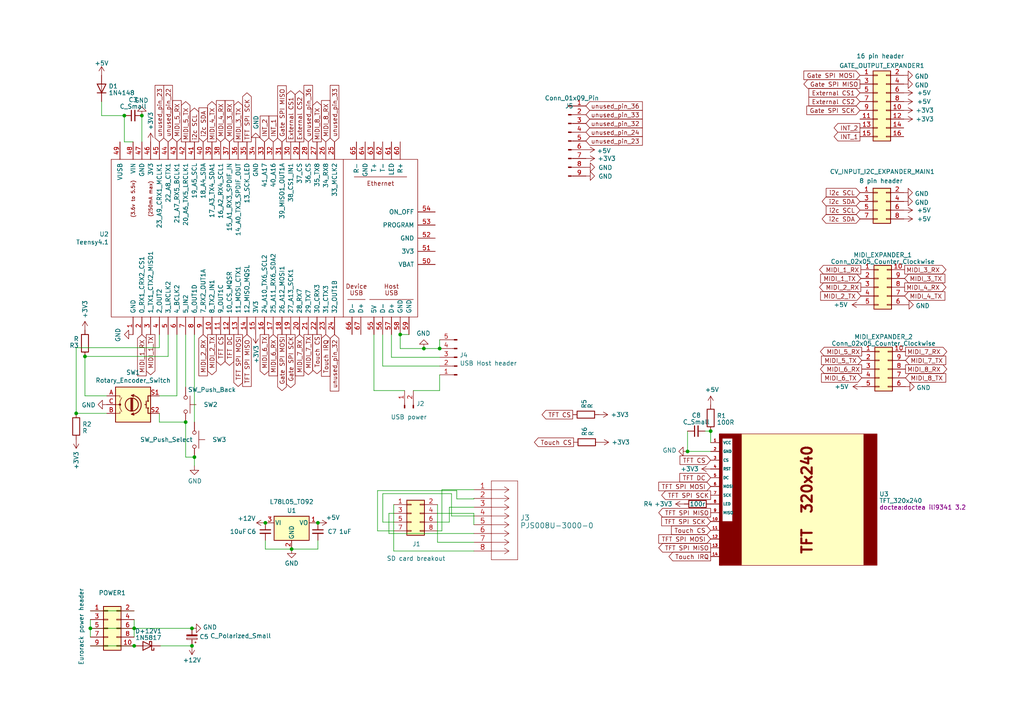
<source format=kicad_sch>
(kicad_sch (version 20230121) (generator eeschema)
  (paper "A4")
  (lib_symbols
    (symbol "2023-04-07_14-22-102:PJS008U-3000-0" (pin_names (offset 0.254) hide)
      (property "Reference" "J" (at 8.89 6.35 0))
      (property "Value" "PJS008U-3000-0" (at 10.16 -10.16 0))
      (symbol "PJS008U-3000-0_1_1"
        (pin bidirectional line (at 0 0 0) (length 5.08) (name "DAT2") (number "1"))
        (pin unspecified line (at 0 -2.54 0) (length 5.08) (name "CD/DAT3") (number "2"))
        (pin unspecified line (at 0 -5.08 0) (length 5.08) (name "CMD") (number "3"))
        (pin power_in line (at 0 -7.62 0) (length 5.08) (name "VDD") (number "4"))
        (pin unspecified line (at 0 -10.16 0) (length 5.08) (name "CLK") (number "5"))
        (pin power_in line (at 0 -12.7 0) (length 5.08) (name "VSS") (number "6"))
        (pin bidirectional line (at 0 -15.24 0) (length 5.08) (name "DAT0") (number "7"))
        (pin bidirectional line (at 0 -17.78 0) (length 5.08) (name "DAT1") (number "8"))
      )
    )
    (symbol "Connector:Conn_01x02_Pin" (pin_names (offset 1.016) hide)
      (property "Reference" "J" (at 0 2.54 0))
      (property "Value" "Conn_01x02_Pin" (at 0 -5.08 0))
      (symbol "Conn_01x02_Pin_1_1"
        (pin passive line (at 5.08 0 180) (length 3.81) (name "Pin_1") (number "1"))
        (pin passive line (at 5.08 -2.54 180) (length 3.81) (name "Pin_2") (number "2"))
      )
    )
    (symbol "Connector:Conn_01x05_Pin" (pin_names (offset 1.016) hide)
      (property "Reference" "J" (at 0 7.62 0))
      (property "Value" "Conn_01x05_Pin" (at 0 -7.62 0))
      (symbol "Conn_01x05_Pin_1_1"
        (pin passive line (at 5.08 5.08 180) (length 3.81) (name "Pin_1") (number "1"))
        (pin passive line (at 5.08 2.54 180) (length 3.81) (name "Pin_2") (number "2"))
        (pin passive line (at 5.08 0 180) (length 3.81) (name "Pin_3") (number "3"))
        (pin passive line (at 5.08 -2.54 180) (length 3.81) (name "Pin_4") (number "4"))
        (pin passive line (at 5.08 -5.08 180) (length 3.81) (name "Pin_5") (number "5"))
      )
    )
    (symbol "Connector:Conn_01x09_Pin" (pin_names (offset 1.016) hide)
      (property "Reference" "J" (at 0 12.7 0))
      (property "Value" "Conn_01x09_Pin" (at 0 -12.7 0))
      (symbol "Conn_01x09_Pin_1_1"
        (pin passive line (at 5.08 10.16 180) (length 3.81) (name "Pin_1") (number "1"))
        (pin passive line (at 5.08 7.62 180) (length 3.81) (name "Pin_2") (number "2"))
        (pin passive line (at 5.08 5.08 180) (length 3.81) (name "Pin_3") (number "3"))
        (pin passive line (at 5.08 2.54 180) (length 3.81) (name "Pin_4") (number "4"))
        (pin passive line (at 5.08 0 180) (length 3.81) (name "Pin_5") (number "5"))
        (pin passive line (at 5.08 -2.54 180) (length 3.81) (name "Pin_6") (number "6"))
        (pin passive line (at 5.08 -5.08 180) (length 3.81) (name "Pin_7") (number "7"))
        (pin passive line (at 5.08 -7.62 180) (length 3.81) (name "Pin_8") (number "8"))
        (pin passive line (at 5.08 -10.16 180) (length 3.81) (name "Pin_9") (number "9"))
      )
    )
    (symbol "Connector_Generic:Conn_02x04_Odd_Even" (pin_names (offset 1.016) hide)
      (property "Reference" "J" (at 1.27 5.08 0))
      (property "Value" "Conn_02x04_Odd_Even" (at 1.27 -7.62 0))
      (symbol "Conn_02x04_Odd_Even_1_1"
        (pin passive line (at -5.08 2.54 0) (length 3.81) (name "Pin_1") (number "1"))
        (pin passive line (at 7.62 2.54 180) (length 3.81) (name "Pin_2") (number "2"))
        (pin passive line (at -5.08 0 0) (length 3.81) (name "Pin_3") (number "3"))
        (pin passive line (at 7.62 0 180) (length 3.81) (name "Pin_4") (number "4"))
        (pin passive line (at -5.08 -2.54 0) (length 3.81) (name "Pin_5") (number "5"))
        (pin passive line (at 7.62 -2.54 180) (length 3.81) (name "Pin_6") (number "6"))
        (pin passive line (at -5.08 -5.08 0) (length 3.81) (name "Pin_7") (number "7"))
        (pin passive line (at 7.62 -5.08 180) (length 3.81) (name "Pin_8") (number "8"))
      )
    )
    (symbol "Connector_Generic:Conn_02x05_Counter_Clockwise" (pin_names (offset 1.016) hide)
      (property "Reference" "J" (at 1.27 7.62 0))
      (property "Value" "Conn_02x05_Counter_Clockwise" (at 1.27 -7.62 0))
      (symbol "Conn_02x05_Counter_Clockwise_1_1"
        (pin passive line (at -5.08 5.08 0) (length 3.81) (name "Pin_1") (number "1"))
        (pin passive line (at 7.62 5.08 180) (length 3.81) (name "Pin_10") (number "10"))
        (pin passive line (at -5.08 2.54 0) (length 3.81) (name "Pin_2") (number "2"))
        (pin passive line (at -5.08 0 0) (length 3.81) (name "Pin_3") (number "3"))
        (pin passive line (at -5.08 -2.54 0) (length 3.81) (name "Pin_4") (number "4"))
        (pin passive line (at -5.08 -5.08 0) (length 3.81) (name "Pin_5") (number "5"))
        (pin passive line (at 7.62 -5.08 180) (length 3.81) (name "Pin_6") (number "6"))
        (pin passive line (at 7.62 -2.54 180) (length 3.81) (name "Pin_7") (number "7"))
        (pin passive line (at 7.62 0 180) (length 3.81) (name "Pin_8") (number "8"))
        (pin passive line (at 7.62 2.54 180) (length 3.81) (name "Pin_9") (number "9"))
      )
    )
    (symbol "Connector_Generic:Conn_02x05_Odd_Even" (pin_names (offset 1.016) hide)
      (property "Reference" "J" (at 1.27 7.62 0))
      (property "Value" "Conn_02x05_Odd_Even" (at 1.27 -7.62 0))
      (symbol "Conn_02x05_Odd_Even_1_1"
        (pin passive line (at -5.08 5.08 0) (length 3.81) (name "Pin_1") (number "1"))
        (pin passive line (at 7.62 -5.08 180) (length 3.81) (name "Pin_10") (number "10"))
        (pin passive line (at 7.62 5.08 180) (length 3.81) (name "Pin_2") (number "2"))
        (pin passive line (at -5.08 2.54 0) (length 3.81) (name "Pin_3") (number "3"))
        (pin passive line (at 7.62 2.54 180) (length 3.81) (name "Pin_4") (number "4"))
        (pin passive line (at -5.08 0 0) (length 3.81) (name "Pin_5") (number "5"))
        (pin passive line (at 7.62 0 180) (length 3.81) (name "Pin_6") (number "6"))
        (pin passive line (at -5.08 -2.54 0) (length 3.81) (name "Pin_7") (number "7"))
        (pin passive line (at 7.62 -2.54 180) (length 3.81) (name "Pin_8") (number "8"))
        (pin passive line (at -5.08 -5.08 0) (length 3.81) (name "Pin_9") (number "9"))
      )
    )
    (symbol "Connector_Generic:Conn_02x08_Odd_Even" (pin_names (offset 1.016) hide)
      (property "Reference" "J" (at 1.27 10.16 0))
      (property "Value" "Conn_02x08_Odd_Even" (at 1.27 -12.7 0))
      (symbol "Conn_02x08_Odd_Even_1_1"
        (pin passive line (at -5.08 7.62 0) (length 3.81) (name "Pin_1") (number "1"))
        (pin passive line (at 7.62 -2.54 180) (length 3.81) (name "Pin_10") (number "10"))
        (pin passive line (at -5.08 -5.08 0) (length 3.81) (name "Pin_11") (number "11"))
        (pin passive line (at 7.62 -5.08 180) (length 3.81) (name "Pin_12") (number "12"))
        (pin passive line (at -5.08 -7.62 0) (length 3.81) (name "Pin_13") (number "13"))
        (pin passive line (at 7.62 -7.62 180) (length 3.81) (name "Pin_14") (number "14"))
        (pin passive line (at -5.08 -10.16 0) (length 3.81) (name "Pin_15") (number "15"))
        (pin passive line (at 7.62 -10.16 180) (length 3.81) (name "Pin_16") (number "16"))
        (pin passive line (at 7.62 7.62 180) (length 3.81) (name "Pin_2") (number "2"))
        (pin passive line (at -5.08 5.08 0) (length 3.81) (name "Pin_3") (number "3"))
        (pin passive line (at 7.62 5.08 180) (length 3.81) (name "Pin_4") (number "4"))
        (pin passive line (at -5.08 2.54 0) (length 3.81) (name "Pin_5") (number "5"))
        (pin passive line (at 7.62 2.54 180) (length 3.81) (name "Pin_6") (number "6"))
        (pin passive line (at -5.08 0 0) (length 3.81) (name "Pin_7") (number "7"))
        (pin passive line (at 7.62 0 180) (length 3.81) (name "Pin_8") (number "8"))
        (pin passive line (at -5.08 -2.54 0) (length 3.81) (name "Pin_9") (number "9"))
      )
    )
    (symbol "Device:C_Polarized_Small" (pin_numbers hide) (pin_names (offset 0.254) hide)
      (property "Reference" "C" (at 0.254 1.778 0))
      (property "Value" "C_Polarized_Small" (at 0.254 -2.032 0))
      (symbol "C_Polarized_Small_1_1"
        (pin passive line (at 0 2.54 270) (length 1.8542) (name "~") (number "1"))
        (pin passive line (at 0 -2.54 90) (length 1.8542) (name "~") (number "2"))
      )
    )
    (symbol "Device:C_Small" (pin_numbers hide) (pin_names (offset 0.254) hide)
      (property "Reference" "C" (at 0.254 1.778 0))
      (property "Value" "C_Small" (at 0.254 -2.032 0))
      (symbol "C_Small_1_1"
        (pin passive line (at 0 2.54 270) (length 2.032) (name "~") (number "1"))
        (pin passive line (at 0 -2.54 90) (length 2.032) (name "~") (number "2"))
      )
    )
    (symbol "Device:R" (pin_numbers hide) (pin_names (offset 0))
      (property "Reference" "R" (at 2.032 0 90))
      (property "Value" "R" (at 0 0 90))
      (symbol "R_1_1"
        (pin passive line (at 0 3.81 270) (length 1.27) (name "~") (number "1"))
        (pin passive line (at 0 -3.81 90) (length 1.27) (name "~") (number "2"))
      )
    )
    (symbol "Diode:1N4148" (pin_numbers hide) (pin_names hide)
      (property "Reference" "D" (at 0 2.54 0))
      (property "Value" "1N4148" (at 0 -2.54 0))
      (symbol "1N4148_1_1"
        (pin passive line (at -3.81 0 0) (length 2.54) (name "K") (number "1"))
        (pin passive line (at 3.81 0 180) (length 2.54) (name "A") (number "2"))
      )
    )
    (symbol "Diode:1N5817" (pin_numbers hide) (pin_names (offset 1.016) hide)
      (property "Reference" "D" (at 0 2.54 0))
      (property "Value" "1N5817" (at 0 -2.54 0))
      (symbol "1N5817_1_1"
        (pin passive line (at -3.81 0 0) (length 2.54) (name "K") (number "1"))
        (pin passive line (at 3.81 0 180) (length 2.54) (name "A") (number "2"))
      )
    )
    (symbol "Regulator_Linear:L78L05_TO92" (pin_names (offset 0.254))
      (property "Reference" "U" (at -3.81 3.175 0))
      (property "Value" "L78L05_TO92" (at 0 3.175 0))
      (symbol "L78L05_TO92_1_1"
        (pin power_out line (at 7.62 0 180) (length 2.54) (name "VO") (number "1"))
        (pin power_in line (at 0 -7.62 90) (length 2.54) (name "GND") (number "2"))
        (pin power_in line (at -7.62 0 0) (length 2.54) (name "VI") (number "3"))
      )
    )
    (symbol "Switch:SW_Push" (pin_numbers hide) (pin_names (offset 1.016) hide)
      (property "Reference" "SW" (at 1.27 2.54 0))
      (property "Value" "SW_Push" (at 0 -1.524 0))
      (symbol "SW_Push_0_1"
        (pin passive line (at -5.08 0 0) (length 2.54) (name "1") (number "1"))
        (pin passive line (at 5.08 0 180) (length 2.54) (name "2") (number "2"))
      )
    )
    (symbol "power:+12V" (power) (pin_names (offset 0))
      (property "Value" "+12V" (at 0 3.556 0))
      (symbol "+12V_1_1"
        (pin power_in line (at 0 0 90) (length 0) hide (name "+12V") (number "1"))
      )
    )
    (symbol "power:+3V3" (power) (pin_names (offset 0))
      (property "Value" "+3V3" (at 0 3.556 0))
      (symbol "+3V3_1_1"
        (pin power_in line (at 0 0 90) (length 0) hide (name "+3V3") (number "1"))
      )
    )
    (symbol "power:+5V" (power) (pin_names (offset 0))
      (property "Value" "+5V" (at 0 3.556 0))
      (symbol "+5V_1_1"
        (pin power_in line (at 0 0 90) (length 0) hide (name "+5V") (number "1"))
      )
    )
    (symbol "power:GND" (power) (pin_names (offset 0))
      (property "Value" "GND" (at 0 -3.81 0))
      (symbol "GND_1_1"
        (pin power_in line (at 0 0 270) (length 0) hide (name "GND") (number "1"))
      )
    )
    (symbol "tft_320x240:TFT_320x240" (pin_names (offset 1.016))
      (property "Reference" "U?" (at 20.32 25.4001 0))
      (property "Value" "TFT_320x240" (at 20.32 22.8601 0))
      (property "Footprint" "z_Devices:TFT-320x240" (at 20.32 20.3201 0))
      (symbol "TFT_320x240_0_0"
        (text "TFT  320x240" (at 0 25.4 0) (effects (font (size 2.9972 2.9972) bold)))
      )
      (symbol "TFT_320x240_1_1"
        (pin power_in line (at -16.51 -2.54 90) (length 2.54) (name "VCC") (number "1"))
        (pin bidirectional line (at 6.35 -2.54 90) (length 2.54) (name "~") (number "10"))
        (pin bidirectional line (at 8.89 -2.54 90) (length 2.54) (name "~") (number "11"))
        (pin bidirectional line (at 11.43 -2.54 90) (length 2.54) (name "~") (number "12"))
        (pin bidirectional line (at 13.97 -2.54 90) (length 2.54) (name "~") (number "13"))
        (pin bidirectional line (at 16.51 -2.54 90) (length 2.54) (name "~") (number "14"))
        (pin bidirectional line (at -13.97 -2.54 90) (length 2.54) (name "GND") (number "2"))
        (pin bidirectional line (at -11.43 -2.54 90) (length 2.54) (name "CS") (number "3"))
        (pin bidirectional line (at -8.89 -2.54 90) (length 2.54) (name "RST") (number "4"))
        (pin bidirectional line (at -6.35 -2.54 90) (length 2.54) (name "DC") (number "5"))
        (pin bidirectional line (at -3.81 -2.54 90) (length 2.54) (name "MOSI") (number "6"))
        (pin bidirectional line (at -1.27 -2.54 90) (length 2.54) (name "SCK") (number "7"))
        (pin power_in line (at 1.27 -2.54 90) (length 2.54) (name "LED") (number "8"))
        (pin bidirectional line (at 3.81 -2.54 90) (length 2.54) (name "MISO") (number "9"))
      )
    )
    (symbol "usb_midi_clocker circuits-rescue:Rotary_Encoder_Switch-Device" (pin_names (offset 0.254) hide)
      (property "Reference" "SW" (at 0 6.604 0))
      (property "Value" "Device_Rotary_Encoder_Switch" (at 0 -6.604 0))
      (symbol "Rotary_Encoder_Switch-Device_1_1"
        (pin passive line (at -7.62 2.54 0) (length 2.54) (name "A") (number "A"))
        (pin passive line (at -7.62 -2.54 0) (length 2.54) (name "B") (number "B"))
        (pin passive line (at -7.62 0 0) (length 2.54) (name "C") (number "C"))
        (pin passive line (at 7.62 2.54 180) (length 2.54) (name "S1") (number "S1"))
        (pin passive line (at 7.62 -2.54 180) (length 2.54) (name "S2") (number "S2"))
      )
    )
    (symbol "usb_midi_clocker circuits-rescue:Teensy4.1-teensy" (pin_names (offset 1.016))
      (property "Reference" "U" (at 0 64.77 0))
      (property "Value" "teensy_Teensy4.1" (at 0 62.23 0))
      (symbol "Teensy4.1-teensy_0_0"
        (text "(250mA max)" (at 11.43 49.53 0) (effects (font (size 1.016 1.016))))
        (text "(3.6v to 5.5v)" (at 11.43 54.61 0) (effects (font (size 1.016 1.016))))
        (text "Device" (at -13.97 -10.16 900) (effects (font (size 1.27 1.27))))
        (text "Ethernet" (at 15.875 -17.145 900) (effects (font (size 1.27 1.27))))
        (text "Host" (at -13.97 -20.32 900) (effects (font (size 1.27 1.27))))
        (text "USB" (at -15.875 -20.32 900) (effects (font (size 1.27 1.27))))
        (text "USB" (at -15.875 -10.16 900) (effects (font (size 1.27 1.27))))
        (pin bidirectional line (at -27.94 31.75 0) (length 5.08) (name "8_TX2_IN1") (number "10"))
        (pin bidirectional line (at -27.94 29.21 0) (length 5.08) (name "9_OUT1C") (number "11"))
        (pin bidirectional line (at -27.94 26.67 0) (length 5.08) (name "10_CS_MQSR") (number "12"))
        (pin bidirectional line (at -27.94 24.13 0) (length 5.08) (name "11_MOSI_CTX1") (number "13"))
        (pin bidirectional line (at -27.94 21.59 0) (length 5.08) (name "12_MISO_MQSL") (number "14"))
        (pin power_in line (at -27.94 19.05 0) (length 5.08) (name "3V3") (number "15"))
        (pin bidirectional line (at -27.94 16.51 0) (length 5.08) (name "24_A10_TX6_SCL2") (number "16"))
        (pin bidirectional line (at -27.94 13.97 0) (length 5.08) (name "25_A11_RX6_SDA2") (number "17"))
        (pin bidirectional line (at -27.94 11.43 0) (length 5.08) (name "26_A12_MOSI1") (number "18"))
        (pin bidirectional line (at -27.94 8.89 0) (length 5.08) (name "27_A13_SCK1") (number "19"))
        (pin bidirectional line (at -27.94 6.35 0) (length 5.08) (name "28_RX7") (number "20"))
        (pin bidirectional line (at -27.94 3.81 0) (length 5.08) (name "29_TX7") (number "21"))
        (pin bidirectional line (at -27.94 1.27 0) (length 5.08) (name "30_CRX3") (number "22"))
        (pin bidirectional line (at -27.94 -1.27 0) (length 5.08) (name "31_CTX3") (number "23"))
        (pin bidirectional line (at -27.94 -3.81 0) (length 5.08) (name "32_OUT1B") (number "24"))
        (pin bidirectional line (at 27.94 -3.81 180) (length 5.08) (name "33_MCLK2") (number "25"))
        (pin bidirectional line (at 27.94 -1.27 180) (length 5.08) (name "34_RX8") (number "26"))
        (pin bidirectional line (at 27.94 1.27 180) (length 5.08) (name "35_TX8") (number "27"))
        (pin bidirectional line (at 27.94 3.81 180) (length 5.08) (name "36_CS") (number "28"))
        (pin bidirectional line (at 27.94 6.35 180) (length 5.08) (name "37_CS") (number "29"))
        (pin bidirectional line (at 27.94 8.89 180) (length 5.08) (name "38_CS1_IN1") (number "30"))
        (pin bidirectional line (at 27.94 11.43 180) (length 5.08) (name "39_MISO1_OUT1A") (number "31"))
        (pin bidirectional line (at 27.94 13.97 180) (length 5.08) (name "40_A16") (number "32"))
        (pin bidirectional line (at 27.94 16.51 180) (length 5.08) (name "41_A17") (number "33"))
        (pin bidirectional line (at 27.94 21.59 180) (length 5.08) (name "13_SCK_LED") (number "35"))
        (pin bidirectional line (at 27.94 24.13 180) (length 5.08) (name "14_A0_TX3_SPDIF_OUT") (number "36"))
        (pin bidirectional line (at 27.94 26.67 180) (length 5.08) (name "15_A1_RX3_SPDIF_IN") (number "37"))
        (pin bidirectional line (at 27.94 29.21 180) (length 5.08) (name "16_A2_RX4_SCL1") (number "38"))
        (pin bidirectional line (at 27.94 31.75 180) (length 5.08) (name "17_A3_TX4_SDA1") (number "39"))
        (pin bidirectional line (at 27.94 34.29 180) (length 5.08) (name "18_A4_SDA") (number "40"))
        (pin bidirectional line (at 27.94 36.83 180) (length 5.08) (name "19_A5_SCL") (number "41"))
        (pin bidirectional line (at 27.94 39.37 180) (length 5.08) (name "20_A6_TX5_LRCLK1") (number "42"))
        (pin bidirectional line (at 27.94 41.91 180) (length 5.08) (name "21_A7_RX5_BCLK1") (number "43"))
        (pin bidirectional line (at 27.94 44.45 180) (length 5.08) (name "22_A8_CTX1") (number "44"))
        (pin bidirectional line (at 27.94 46.99 180) (length 5.08) (name "23_A9_CRX1_MCLK1") (number "45"))
        (pin output line (at 27.94 49.53 180) (length 5.08) (name "3V3") (number "46"))
        (pin output line (at 27.94 52.07 180) (length 5.08) (name "GND") (number "47"))
        (pin power_in line (at 27.94 54.61 180) (length 5.08) (name "VIN") (number "48"))
        (pin power_out line (at 27.94 58.42 180) (length 5.08) (name "VUSB") (number "49"))
        (pin bidirectional line (at -27.94 44.45 0) (length 5.08) (name "3_LRCLK2") (number "5"))
        (pin power_in line (at -7.62 -33.02 90) (length 5.08) (name "VBAT") (number "50"))
        (pin power_in line (at -3.81 -33.02 90) (length 5.08) (name "3V3") (number "51"))
        (pin input line (at 0 -33.02 90) (length 5.08) (name "GND") (number "52"))
        (pin input line (at 3.81 -33.02 90) (length 5.08) (name "PROGRAM") (number "53"))
        (pin input line (at 7.62 -33.02 90) (length 5.08) (name "ON_OFF") (number "54"))
        (pin power_out line (at -27.94 -15.24 0) (length 5.08) (name "5V") (number "55"))
        (pin bidirectional line (at -27.94 -17.78 0) (length 5.08) (name "D-") (number "56"))
        (pin bidirectional line (at -27.94 -20.32 0) (length 5.08) (name "D+") (number "57"))
        (pin power_in line (at -27.94 -22.86 0) (length 5.08) (name "GND") (number "58"))
        (pin power_in line (at -27.94 -25.4 0) (length 5.08) (name "GND") (number "59"))
        (pin bidirectional line (at -27.94 41.91 0) (length 5.08) (name "4_BCLK2") (number "6"))
        (pin bidirectional line (at 27.94 -22.86 180) (length 5.08) (name "R+") (number "60"))
        (pin bidirectional line (at 27.94 -20.32 180) (length 5.08) (name "LED") (number "61"))
        (pin bidirectional line (at 27.94 -17.78 180) (length 5.08) (name "T-") (number "62"))
        (pin bidirectional line (at 27.94 -15.24 180) (length 5.08) (name "T+") (number "63"))
        (pin power_in line (at 27.94 -12.7 180) (length 5.08) (name "GND") (number "64"))
        (pin bidirectional line (at 27.94 -10.16 180) (length 5.08) (name "R-") (number "65"))
        (pin bidirectional line (at -27.94 -8.89 0) (length 5.08) (name "D-") (number "66"))
        (pin bidirectional line (at -27.94 -11.43 0) (length 5.08) (name "D+") (number "67"))
        (pin bidirectional line (at -27.94 39.37 0) (length 5.08) (name "5_IN2") (number "7"))
        (pin bidirectional line (at -27.94 36.83 0) (length 5.08) (name "6_OUT1D") (number "8"))
        (pin bidirectional line (at -27.94 34.29 0) (length 5.08) (name "7_RX2_OUT1A") (number "9"))
      )
      (symbol "Teensy4.1-teensy_1_1"
        (pin power_in line (at -27.94 54.61 0) (length 5.08) (name "GND") (number "1"))
        (pin bidirectional line (at -27.94 52.07 0) (length 5.08) (name "0_RX1_CRX2_CS1") (number "2"))
        (pin bidirectional line (at -27.94 49.53 0) (length 5.08) (name "1_TX1_CTX2_MISO1") (number "3"))
        (pin power_in line (at 27.94 19.05 180) (length 5.08) (name "GND") (number "34"))
        (pin bidirectional line (at -27.94 46.99 0) (length 5.08) (name "2_OUT2") (number "4"))
      )
    )
  )
  (junction (at 55.6768 187.325))
  (junction (at 116.078 97.028))
  (junction (at 76.962 151.638))
  (junction (at 22.098 119.888))
  (junction (at 38.9128 182.245))
  (junction (at 92.202 151.638))
  (junction (at 41.148 33.528))
  (junction (at 24.638 103.378))
  (junction (at 53.848 122.428))
  (junction (at 36.068 33.528))
  (junction (at 206.121 125.0442))
  (junction (at 56.388 132.588))
  (junction (at 38.9128 187.325))
  (junction (at 122.936 101.092))
  (junction (at 55.6768 182.245))
  (junction (at 127.508 101.092))
  (junction (at 84.582 159.258))
  (junction (at 199.4154 130.937))
  (junction (at 26.2128 182.245))
  (wire (pts (xy 108.458 113.284) (xy 117.348 113.284)))
  (wire (pts (xy 127.508 98.552) (xy 127.508 101.092)))
  (wire (pts (xy 126.8984 153.9748) (xy 128.1684 153.9748)))
  (wire (pts (xy 38.9128 179.705) (xy 38.9128 182.245)))
  (wire (pts (xy 126.8984 151.4348) (xy 130.3274 151.4348)))
  (wire (pts (xy 108.458 97.028) (xy 108.458 113.284)))
  (wire (pts (xy 127.508 101.092) (xy 122.936 101.092)))
  (wire (pts (xy 130.3274 147.1168) (xy 137.4394 147.1168)))
  (wire (pts (xy 24.638 114.808) (xy 30.988 114.808)))
  (wire (pts (xy 204.4954 125.0442) (xy 206.121 125.0442)))
  (wire (pts (xy 109.4994 142.2908) (xy 132.4864 142.2908)))
  (wire (pts (xy 126.8984 157.2768) (xy 137.4394 157.2768)))
  (wire (pts (xy 110.998 106.172) (xy 110.998 97.028)))
  (wire (pts (xy 116.078 97.028) (xy 118.618 97.028)))
  (wire (pts (xy 46.5328 187.325) (xy 55.6768 187.325)))
  (wire (pts (xy 112.8014 148.8948) (xy 112.8014 154.7368)))
  (wire (pts (xy 26.2128 182.245) (xy 38.9128 182.245)))
  (wire (pts (xy 199.4154 125.0442) (xy 199.4154 130.937)))
  (wire (pts (xy 114.1984 159.8168) (xy 137.4394 159.8168)))
  (wire (pts (xy 126.8984 146.3548) (xy 126.8984 157.2768)))
  (wire (pts (xy 132.4864 144.7038) (xy 137.4394 144.7038)))
  (wire (pts (xy 36.068 41.148) (xy 38.608 41.148)))
  (wire (pts (xy 127.508 106.172) (xy 110.998 106.172)))
  (wire (pts (xy 114.1984 151.4348) (xy 111.0234 151.4348)))
  (wire (pts (xy 56.388 132.588) (xy 56.388 135.128)))
  (wire (pts (xy 46.228 122.428) (xy 53.848 122.428)))
  (wire (pts (xy 109.4994 153.9748) (xy 109.4994 142.2908)))
  (wire (pts (xy 84.582 159.258) (xy 92.202 159.258)))
  (wire (pts (xy 26.2128 187.325) (xy 38.9128 187.325)))
  (wire (pts (xy 38.9128 182.245) (xy 38.9128 184.785)))
  (wire (pts (xy 119.888 113.284) (xy 127.508 113.284)))
  (wire (pts (xy 84.582 159.258) (xy 76.962 159.258)))
  (wire (pts (xy 114.1984 148.8948) (xy 112.8014 148.8948)))
  (wire (pts (xy 26.2128 177.165) (xy 38.9128 177.165)))
  (wire (pts (xy 46.228 100.838) (xy 22.098 100.838)))
  (wire (pts (xy 132.4864 142.2908) (xy 132.4864 144.7038)))
  (wire (pts (xy 112.8014 154.7368) (xy 137.4394 154.7368)))
  (wire (pts (xy 51.308 97.028) (xy 51.308 114.808)))
  (wire (pts (xy 46.228 119.888) (xy 46.228 122.428)))
  (wire (pts (xy 53.848 132.588) (xy 56.388 132.588)))
  (wire (pts (xy 128.1684 142.0368) (xy 137.4394 142.0368)))
  (wire (pts (xy 22.098 119.888) (xy 30.988 119.888)))
  (wire (pts (xy 22.098 100.838) (xy 22.098 119.888)))
  (wire (pts (xy 38.9128 182.245) (xy 55.6768 182.245)))
  (wire (pts (xy 113.538 103.632) (xy 127.508 103.632)))
  (wire (pts (xy 46.228 97.028) (xy 46.228 100.838)))
  (wire (pts (xy 29.464 33.528) (xy 36.068 33.528)))
  (wire (pts (xy 122.936 101.092) (xy 116.078 101.092)))
  (wire (pts (xy 56.388 97.028) (xy 56.388 122.428)))
  (wire (pts (xy 36.068 33.528) (xy 36.068 41.148)))
  (wire (pts (xy 48.768 103.378) (xy 24.638 103.378)))
  (wire (pts (xy 53.848 97.028) (xy 53.848 112.268)))
  (wire (pts (xy 111.0234 151.4348) (xy 111.0234 143.1798)))
  (wire (pts (xy 116.078 101.092) (xy 116.078 97.028)))
  (wire (pts (xy 29.464 29.464) (xy 29.464 33.528)))
  (wire (pts (xy 76.962 159.258) (xy 76.962 156.718)))
  (wire (pts (xy 127.508 113.284) (xy 127.508 108.712)))
  (wire (pts (xy 111.0234 143.1798) (xy 130.9624 143.1798)))
  (wire (pts (xy 24.638 103.378) (xy 24.638 114.808)))
  (wire (pts (xy 113.538 97.028) (xy 113.538 103.632)))
  (wire (pts (xy 130.9624 149.6568) (xy 137.4394 149.6568)))
  (wire (pts (xy 126.8984 148.8948) (xy 137.4394 148.8948)))
  (wire (pts (xy 114.1984 146.3548) (xy 114.1984 159.8168)))
  (wire (pts (xy 92.202 156.718) (xy 92.202 159.258)))
  (wire (pts (xy 128.1684 153.9748) (xy 128.1684 142.0368)))
  (wire (pts (xy 41.148 33.528) (xy 41.148 41.148)))
  (wire (pts (xy 48.768 97.028) (xy 48.768 103.378)))
  (wire (pts (xy 130.3274 151.4348) (xy 130.3274 147.1168)))
  (wire (pts (xy 114.1984 153.9748) (xy 109.4994 153.9748)))
  (wire (pts (xy 206.121 125.0442) (xy 206.121 128.397)))
  (wire (pts (xy 130.9624 143.1798) (xy 130.9624 149.6568)))
  (wire (pts (xy 26.2128 179.705) (xy 26.2128 182.245)))
  (wire (pts (xy 26.2128 182.245) (xy 26.2128 184.785)))
  (wire (pts (xy 53.848 122.428) (xy 53.848 132.588)))
  (wire (pts (xy 137.4394 144.7038) (xy 137.4394 144.5768)))
  (wire (pts (xy 199.4154 130.937) (xy 206.121 130.937)))
  (wire (pts (xy 51.308 114.808) (xy 46.228 114.808)))
  (wire (pts (xy 137.4394 148.8948) (xy 137.4394 152.1968)))
  (global_label "i2c SDA" (shape input) (at 58.928 41.148 90) (property "Intersheetrefs" "${INTERSHEET_REFS}" (effects hide)))
  (global_label "TFT SPI MOSI" (shape input) (at 206.121 141.097 180) (property "Intersheetrefs" "${INTERSHEET_REFS}" (effects hide)))
  (global_label "MIDI_2_RX" (shape input) (at 58.928 97.028 270) (property "Intersheetrefs" "${INTERSHEET_REFS}" (effects hide)))
  (global_label "TFT SPI MOSI" (shape output) (at 69.088 97.028 270) (property "Intersheetrefs" "${INTERSHEET_REFS}" (effects hide)))
  (global_label "MIDI_2_TX" (shape output) (at 61.468 97.028 270) (property "Intersheetrefs" "${INTERSHEET_REFS}" (effects hide)))
  (global_label "MIDI_5_TX" (shape output) (at 53.848 41.148 90) (property "Intersheetrefs" "${INTERSHEET_REFS}" (effects hide)))
  (global_label "MIDI_6_RX" (shape input) (at 79.248 97.028 270) (property "Intersheetrefs" "${INTERSHEET_REFS}" (effects hide)))
  (global_label "MIDI_3_TX" (shape output) (at 69.088 41.148 90) (property "Intersheetrefs" "${INTERSHEET_REFS}" (effects hide)))
  (global_label "MIDI_5_TX" (shape input) (at 249.936 104.521 180) (property "Intersheetrefs" "${INTERSHEET_REFS}" (effects hide)))
  (global_label "External CS2" (shape output) (at 86.868 41.148 90) (property "Intersheetrefs" "${INTERSHEET_REFS}" (effects hide)))
  (global_label "TFT SPI MISO" (shape input) (at 71.628 97.028 270) (property "Intersheetrefs" "${INTERSHEET_REFS}" (effects hide)))
  (global_label "i2c SCL" (shape output) (at 56.388 41.148 90) (property "Intersheetrefs" "${INTERSHEET_REFS}" (effects hide)))
  (global_label "MIDI_1_RX" (shape output) (at 249.682 78.232 180) (property "Intersheetrefs" "${INTERSHEET_REFS}" (effects hide)))
  (global_label "Touch CS" (shape output) (at 91.948 97.028 270) (property "Intersheetrefs" "${INTERSHEET_REFS}" (effects hide)))
  (global_label "Gate SPI MOSI" (shape input) (at 249.428 21.844 180) (property "Intersheetrefs" "${INTERSHEET_REFS}" (effects hide)))
  (global_label "MIDI_7_TX" (shape input) (at 262.636 104.521 0) (property "Intersheetrefs" "${INTERSHEET_REFS}" (effects hide)))
  (global_label "TFT CS" (shape output) (at 64.008 97.028 270) (property "Intersheetrefs" "${INTERSHEET_REFS}" (effects hide)))
  (global_label "Gate SPI MISO" (shape output) (at 249.428 24.384 180) (property "Intersheetrefs" "${INTERSHEET_REFS}" (effects hide)))
  (global_label "MIDI_6_RX" (shape output) (at 249.936 107.061 180) (property "Intersheetrefs" "${INTERSHEET_REFS}" (effects hide)))
  (global_label "i2c SDA" (shape bidirectional) (at 249.428 63.5 180) (property "Intersheetrefs" "${INTERSHEET_REFS}" (effects hide)))
  (global_label "unused_pin_24" (shape input) (at 169.926 38.354 0) (property "Intersheetrefs" "${INTERSHEET_REFS}" (effects hide)))
  (global_label "External CS2" (shape input) (at 249.428 29.464 180) (property "Intersheetrefs" "${INTERSHEET_REFS}" (effects hide)))
  (global_label "External CS1" (shape input) (at 249.428 26.924 180) (property "Intersheetrefs" "${INTERSHEET_REFS}" (effects hide)))
  (global_label "INT_1" (shape input) (at 79.248 41.148 90) (property "Intersheetrefs" "${INTERSHEET_REFS}" (effects hide)))
  (global_label "TFT CS" (shape output) (at 166.116 120.269 180) (property "Intersheetrefs" "${INTERSHEET_REFS}" (effects hide)))
  (global_label "MIDI_1_TX" (shape output) (at 43.688 97.028 270) (property "Intersheetrefs" "${INTERSHEET_REFS}" (effects hide)))
  (global_label "MIDI_5_RX" (shape output) (at 249.936 101.981 180) (property "Intersheetrefs" "${INTERSHEET_REFS}" (effects hide)))
  (global_label "TFT SPI SCK" (shape output) (at 206.121 143.637 180) (property "Intersheetrefs" "${INTERSHEET_REFS}" (effects hide)))
  (global_label "unused_pin_23" (shape input) (at 169.926 40.894 0) (property "Intersheetrefs" "${INTERSHEET_REFS}" (effects hide)))
  (global_label "TFT SPI MISO" (shape output) (at 206.121 148.717 180) (property "Intersheetrefs" "${INTERSHEET_REFS}" (effects hide)))
  (global_label "Gate SPI SCK" (shape input) (at 249.428 32.004 180) (property "Intersheetrefs" "${INTERSHEET_REFS}" (effects hide)))
  (global_label "MIDI_2_RX" (shape output) (at 249.682 83.312 180) (property "Intersheetrefs" "${INTERSHEET_REFS}" (effects hide)))
  (global_label "unused_pin_33" (shape input) (at 97.028 41.148 90) (property "Intersheetrefs" "${INTERSHEET_REFS}" (effects hide)))
  (global_label "TFT SPI SCK" (shape output) (at 71.628 41.148 90) (property "Intersheetrefs" "${INTERSHEET_REFS}" (effects hide)))
  (global_label "TFT SPI SCK" (shape input) (at 206.121 151.257 180) (property "Intersheetrefs" "${INTERSHEET_REFS}" (effects hide)))
  (global_label "MIDI_5_RX" (shape input) (at 51.308 41.148 90) (property "Intersheetrefs" "${INTERSHEET_REFS}" (effects hide)))
  (global_label "MIDI_7_TX" (shape output) (at 89.408 97.028 270) (property "Intersheetrefs" "${INTERSHEET_REFS}" (effects hide)))
  (global_label "TFT SPI MISO" (shape output) (at 206.121 158.877 180) (property "Intersheetrefs" "${INTERSHEET_REFS}" (effects hide)))
  (global_label "i2c SDA" (shape bidirectional) (at 249.428 58.42 180) (property "Intersheetrefs" "${INTERSHEET_REFS}" (effects hide)))
  (global_label "MIDI_4_TX" (shape output) (at 61.468 41.148 90) (property "Intersheetrefs" "${INTERSHEET_REFS}" (effects hide)))
  (global_label "Touch CS" (shape output) (at 166.37 128.27 180) (property "Intersheetrefs" "${INTERSHEET_REFS}" (effects hide)))
  (global_label "MIDI_3_TX" (shape input) (at 262.382 80.772 0) (property "Intersheetrefs" "${INTERSHEET_REFS}" (effects hide)))
  (global_label "MIDI_2_TX" (shape input) (at 249.682 85.852 180) (property "Intersheetrefs" "${INTERSHEET_REFS}" (effects hide)))
  (global_label "TFT DC" (shape input) (at 206.121 138.557 180) (property "Intersheetrefs" "${INTERSHEET_REFS}" (effects hide)))
  (global_label "i2c SCL" (shape input) (at 249.428 55.88 180) (property "Intersheetrefs" "${INTERSHEET_REFS}" (effects hide)))
  (global_label "unused_pin_33" (shape input) (at 169.926 33.274 0) (property "Intersheetrefs" "${INTERSHEET_REFS}" (effects hide)))
  (global_label "INT_2" (shape output) (at 249.428 37.084 180) (property "Intersheetrefs" "${INTERSHEET_REFS}" (effects hide)))
  (global_label "Gate SPI MISO" (shape input) (at 81.788 41.148 90) (property "Intersheetrefs" "${INTERSHEET_REFS}" (effects hide)))
  (global_label "MIDI_6_TX" (shape output) (at 76.708 97.028 270) (property "Intersheetrefs" "${INTERSHEET_REFS}" (effects hide)))
  (global_label "TFT DC" (shape output) (at 66.548 97.028 270) (property "Intersheetrefs" "${INTERSHEET_REFS}" (effects hide)))
  (global_label "MIDI_4_RX" (shape input) (at 64.008 41.148 90) (property "Intersheetrefs" "${INTERSHEET_REFS}" (effects hide)))
  (global_label "MIDI_8_TX" (shape output) (at 91.948 41.148 90) (property "Intersheetrefs" "${INTERSHEET_REFS}" (effects hide)))
  (global_label "INT_2" (shape input) (at 76.708 41.148 90) (property "Intersheetrefs" "${INTERSHEET_REFS}" (effects hide)))
  (global_label "MIDI_8_TX" (shape input) (at 262.636 109.601 0) (property "Intersheetrefs" "${INTERSHEET_REFS}" (effects hide)))
  (global_label "Gate SPI MOSI" (shape output) (at 81.788 97.028 270) (property "Intersheetrefs" "${INTERSHEET_REFS}" (effects hide)))
  (global_label "TFT CS" (shape input) (at 206.121 133.477 180) (property "Intersheetrefs" "${INTERSHEET_REFS}" (effects hide)))
  (global_label "i2c SCL" (shape input) (at 249.428 60.96 180) (property "Intersheetrefs" "${INTERSHEET_REFS}" (effects hide)))
  (global_label "External CS1" (shape output) (at 84.328 41.148 90) (property "Intersheetrefs" "${INTERSHEET_REFS}" (effects hide)))
  (global_label "MIDI_7_RX" (shape input) (at 86.868 97.028 270) (property "Intersheetrefs" "${INTERSHEET_REFS}" (effects hide)))
  (global_label "Gate SPI SCK" (shape output) (at 84.328 97.028 270) (property "Intersheetrefs" "${INTERSHEET_REFS}" (effects hide)))
  (global_label "unused_pin_36" (shape input) (at 89.408 41.148 90) (property "Intersheetrefs" "${INTERSHEET_REFS}" (effects hide)))
  (global_label "unused_pin_32" (shape input) (at 169.926 35.814 0) (property "Intersheetrefs" "${INTERSHEET_REFS}" (effects hide)))
  (global_label "Touch IRQ" (shape input) (at 94.488 97.028 270) (property "Intersheetrefs" "${INTERSHEET_REFS}" (effects hide)))
  (global_label "MIDI_1_TX" (shape input) (at 249.682 80.772 180) (property "Intersheetrefs" "${INTERSHEET_REFS}" (effects hide)))
  (global_label "MIDI_6_TX" (shape input) (at 249.936 109.601 180) (property "Intersheetrefs" "${INTERSHEET_REFS}" (effects hide)))
  (global_label "Touch CS" (shape input) (at 206.121 153.797 180) (property "Intersheetrefs" "${INTERSHEET_REFS}" (effects hide)))
  (global_label "unused_pin_32" (shape input) (at 97.028 97.028 270) (property "Intersheetrefs" "${INTERSHEET_REFS}" (effects hide)))
  (global_label "Touch IRQ" (shape output) (at 206.121 161.417 180) (property "Intersheetrefs" "${INTERSHEET_REFS}" (effects hide)))
  (global_label "MIDI_3_RX" (shape output) (at 262.382 78.232 0) (property "Intersheetrefs" "${INTERSHEET_REFS}" (effects hide)))
  (global_label "unused_pin_23" (shape input) (at 46.228 41.148 90) (property "Intersheetrefs" "${INTERSHEET_REFS}" (effects hide)))
  (global_label "MIDI_8_RX" (shape output) (at 262.636 107.061 0) (property "Intersheetrefs" "${INTERSHEET_REFS}" (effects hide)))
  (global_label "MIDI_8_RX" (shape input) (at 94.488 41.148 90) (property "Intersheetrefs" "${INTERSHEET_REFS}" (effects hide)))
  (global_label "INT_1" (shape output) (at 249.428 39.624 180) (property "Intersheetrefs" "${INTERSHEET_REFS}" (effects hide)))
  (global_label "unused_pin_36" (shape input) (at 169.926 30.734 0) (property "Intersheetrefs" "${INTERSHEET_REFS}" (effects hide)))
  (global_label "TFT SPI MOSI" (shape input) (at 206.121 156.337 180) (property "Intersheetrefs" "${INTERSHEET_REFS}" (effects hide)))
  (global_label "MIDI_1_RX" (shape input) (at 41.148 97.028 270) (property "Intersheetrefs" "${INTERSHEET_REFS}" (effects hide)))
  (global_label "MIDI_7_RX" (shape output) (at 262.636 101.981 0) (property "Intersheetrefs" "${INTERSHEET_REFS}" (effects hide)))
  (global_label "MIDI_4_RX" (shape output) (at 262.382 83.312 0) (property "Intersheetrefs" "${INTERSHEET_REFS}" (effects hide)))
  (global_label "MIDI_4_TX" (shape input) (at 262.382 85.852 0) (property "Intersheetrefs" "${INTERSHEET_REFS}" (effects hide)))
  (global_label "unused_pin_22" (shape input) (at 48.768 41.148 90) (property "Intersheetrefs" "${INTERSHEET_REFS}" (effects hide)))
  (global_label "MIDI_3_RX" (shape input) (at 66.548 41.148 90) (property "Intersheetrefs" "${INTERSHEET_REFS}" (effects hide)))
  (symbol (lib_id "power:+3V3") (at 173.736 120.269 270) (unit 1)
    (property "Reference" "#PWR017" (effects hide))
    (property "Value" "+3V3" (at 179.7812 120.269 90))
  )
  (symbol (lib_id "power:+12V") (at 55.6768 187.325 180) (unit 1)
    (property "Reference" "#PWR07" (effects hide))
    (property "Value" "+12V" (at 55.6768 191.4605 0))
  )
  (symbol (lib_id "Device:C_Small") (at 38.608 33.528 90) (unit 1)
    (property "Reference" "C3" (at 38.6143 28.956 90))
    (property "Value" "C_Small" (at 38.6143 30.877 90))
    (property "Footprint" "Capacitor_THT:C_Axial_L5.1mm_D3.1mm_P7.50mm_Horizontal" (effects hide))
  )
  (symbol (lib_id "power:+3V3") (at 206.121 136.017 90) (unit 1)
    (property "Reference" "#PWR042" (effects hide))
    (property "Value" "+3V3" (at 200.025 136.017 90))
  )
  (symbol (lib_id "Device:R") (at 202.311 146.177 90) (unit 1)
    (property "Reference" "R4" (at 187.96 146.177 90))
    (property "Value" "100r" (at 202.311 146.177 90))
    (property "Footprint" "Resistor_THT:R_Axial_DIN0309_L9.0mm_D3.2mm_P2.54mm_Vertical" (effects hide))
  )
  (symbol (lib_id "Device:C_Small") (at 76.962 154.178 0) (unit 1)
    (property "Reference" "C6" (at 71.628 154.178 0) (effects (justify left)))
    (property "Value" "10uF" (at 66.6496 154.178 0) (effects (justify left)))
    (property "Footprint" "Capacitor_THT:C_Axial_L5.1mm_D3.1mm_P7.50mm_Horizontal" (effects hide))
  )
  (symbol (lib_id "power:+5V") (at 262.128 63.5 270) (unit 1)
    (property "Reference" "#PWR026" (effects hide))
    (property "Value" "+5V" (at 267.97 63.5 90))
  )
  (symbol (lib_id "power:GND") (at 55.6768 182.245 90) (unit 1)
    (property "Reference" "#PWR06" (effects hide))
    (property "Value" "GND" (at 58.8517 181.9282 90) (effects (justify right)))
  )
  (symbol (lib_id "power:+5V") (at 249.682 88.392 90) (unit 1)
    (property "Reference" "#PWR038" (effects hide))
    (property "Value" "+5V" (at 243.84 88.392 90))
  )
  (symbol (lib_id "power:GND") (at 262.128 21.844 90) (unit 1)
    (property "Reference" "#PWR019" (effects hide))
    (property "Value" "GND" (at 265.303 22.1608 90) (effects (justify right)))
  )
  (symbol (lib_id "power:+5V") (at 249.936 112.141 90) (unit 1)
    (property "Reference" "#PWR041" (effects hide))
    (property "Value" "+5V" (at 244.094 112.141 90))
  )
  (symbol (lib_id "usb_midi_clocker circuits-rescue:Rotary_Encoder_Switch-Device") (at 38.608 117.348 0) (unit 1)
    (property "Reference" "SW1" (at 38.608 108.0262 0))
    (property "Value" "Rotary_Encoder_Switch" (at 38.608 110.3376 0))
    (property "Footprint" "doctea:RotaryEncoder_Alps_EC11E-Switch_Vertical_H20mm" (effects hide))
  )
  (symbol (lib_id "power:+5V") (at 262.128 29.464 270) (unit 1)
    (property "Reference" "#PWR029" (effects hide))
    (property "Value" "+5V" (at 267.97 29.464 90))
  )
  (symbol (lib_id "power:+5V") (at 169.926 43.434 270) (unit 1)
    (property "Reference" "#PWR030" (effects hide))
    (property "Value" "+5V" (at 173.101 43.7508 90) (effects (justify left)))
  )
  (symbol (lib_id "power:GND") (at 74.168 41.148 180) (unit 1)
    (property "Reference" "#PWR010" (effects hide))
    (property "Value" "GND" (at 74.2696 37.5412 90) (effects (justify right)))
  )
  (symbol (lib_id "power:GND") (at 41.148 33.528 180) (unit 1)
    (property "Reference" "#PWR03" (effects hide))
    (property "Value" "GND" (at 41.021 29.1338 0))
  )
  (symbol (lib_id "power:GND") (at 169.926 51.054 90) (unit 1)
    (property "Reference" "#PWR035" (effects hide))
    (property "Value" "GND" (at 173.5328 51.1556 90) (effects (justify right)))
  )
  (symbol (lib_id "Connector_Generic:Conn_02x08_Odd_Even") (at 254.508 29.464 0) (unit 1)
    (property "Reference" "GATE_OUTPUT_EXPANDER1" (at 255.778 19.05 0))
    (property "Value" "16 pin header" (at 255.3208 16.256 0))
    (property "Footprint" "Connector_PinHeader_2.54mm:PinHeader_2x08_P2.54mm_Vertical" (effects hide))
  )
  (symbol (lib_id "usb_midi_clocker circuits-rescue:Teensy4.1-teensy") (at 93.218 69.088 90) (unit 1)
    (property "Reference" "U2" (at 31.5722 67.9196 90) (effects (justify left)))
    (property "Value" "Teensy4.1" (at 31.5722 70.231 90) (effects (justify left)))
    (property "Footprint" "teensy:Teensy41" (effects hide))
  )
  (symbol (lib_id "power:+3V3") (at 262.128 32.004 270) (unit 1)
    (property "Reference" "#PWR031" (effects hide))
    (property "Value" "+3V3" (at 268.224 32.004 90))
  )
  (symbol (lib_id "Connector_Generic:Conn_02x04_Odd_Even") (at 254.508 58.42 0) (unit 1)
    (property "Reference" "CV_INPUT_I2C_EXPANDER_MAIN1" (at 255.905 49.784 0))
    (property "Value" "8 pin header" (at 255.524 52.451 0))
    (property "Footprint" "Connector_PinHeader_2.54mm:PinHeader_2x04_P2.54mm_Vertical" (effects hide))
  )
  (symbol (lib_id "Device:R") (at 24.638 99.568 180) (unit 1)
    (property "Reference" "R3" (at 22.86 100.2117 0) (effects (justify left)))
    (property "Value" "R" (at 22.86 98.2907 0) (effects (justify left)))
    (property "Footprint" "Resistor_THT:R_Axial_DIN0309_L9.0mm_D3.2mm_P2.54mm_Vertical" (effects hide))
  )
  (symbol (lib_id "Regulator_Linear:L78L05_TO92") (at 84.582 151.638 0) (unit 1)
    (property "Reference" "U1" (at 84.582 148.082 0))
    (property "Value" "L78L05_TO92" (at 84.582 145.542 0))
    (property "Footprint" "Package_TO_SOT_THT:TO-92_Inline" (effects hide))
    (property "Datasheet" "http://www.st.com/content/ccc/resource/technical/document/datasheet/15/55/e5/aa/23/5b/43/fd/CD00000446.pdf/files/CD00000446.pdf/jcr:content/translations/en.CD00000446.pdf" (effects hide))
  )
  (symbol (lib_id "power:+3V3") (at 24.638 95.758 0) (unit 1)
    (property "Reference" "#PWR037" (effects hide))
    (property "Value" "+3V3" (at 24.638 89.7128 90))
  )
  (symbol (lib_id "power:GND") (at 56.388 135.128 0) (unit 1)
    (property "Reference" "#PWR08" (effects hide))
    (property "Value" "GND" (at 56.515 139.5222 0))
  )
  (symbol (lib_id "Switch:SW_Push") (at 56.388 127.508 270) (unit 1)
    (property "Reference" "SW3" (at 63.627 127.508 90))
    (property "Value" "SW_Push_Select" (at 48.26 127.508 90))
    (property "Footprint" "Button_Switch_THT:SW_PUSH_6mm_H13mm" (effects hide))
  )
  (symbol (lib_id "power:+5V") (at 206.121 117.4242 0) (unit 1)
    (property "Reference" "#PWR015" (effects hide))
    (property "Value" "+5V" (at 206.502 113.03 0))
  )
  (symbol (lib_id "Connector_Generic:Conn_02x05_Counter_Clockwise") (at 255.016 107.061 0) (unit 1)
    (property "Reference" "MIDI_EXPANDER_2" (at 256.286 97.7011 0))
    (property "Value" "Conn_02x05_Counter_Clockwise" (at 256.286 99.6221 0))
    (property "Footprint" "Connector_PinHeader_2.54mm:PinHeader_2x05_P2.54mm_Vertical" (effects hide))
  )
  (symbol (lib_id "power:GND") (at 38.608 97.028 270) (unit 1)
    (property "Reference" "#PWR05" (effects hide))
    (property "Value" "GND" (at 34.2138 97.155 0))
  )
  (symbol (lib_id "2023-04-07_14-22-102:PJS008U-3000-0") (at 137.4394 142.0368 0) (unit 1)
    (property "Reference" "J3" (at 150.8379 150.1798 0) (effects (font (size 1.524 1.524)) (justify left)))
    (property "Value" "PJS008U-3000-0" (at 150.8379 152.434 0) (effects (font (size 1.524 1.524)) (justify left)))
    (property "Footprint" "footprints:PJS008U-3000-0" (effects hide))
  )
  (symbol (lib_id "power:+5V") (at 262.128 60.96 270) (unit 1)
    (property "Reference" "#PWR027" (effects hide))
    (property "Value" "+5V" (at 267.97 60.96 90))
  )
  (symbol (lib_id "Switch:SW_Push") (at 53.848 117.348 270) (unit 1)
    (property "Reference" "SW2" (at 61.087 117.348 90))
    (property "Value" "SW_Push_Back" (at 61.468 113.03 90))
    (property "Footprint" "Button_Switch_THT:SW_PUSH_6mm_H13mm" (effects hide))
  )
  (symbol (lib_id "Device:C_Small") (at 201.9554 125.0442 90) (unit 1)
    (property "Reference" "C8" (at 201.9617 120.4722 90))
    (property "Value" "C_Small" (at 201.9617 122.3932 90))
    (property "Footprint" "Capacitor_THT:C_Axial_L5.1mm_D3.1mm_P7.50mm_Horizontal" (effects hide))
  )
  (symbol (lib_id "power:GND") (at 262.382 88.392 90) (unit 1)
    (property "Reference" "#PWR039" (effects hide))
    (property "Value" "GND" (at 265.557 88.7088 90) (effects (justify right)))
  )
  (symbol (lib_id "power:+5V") (at 92.202 151.638 270) (unit 1)
    (property "Reference" "#PWR013" (effects hide))
    (property "Value" "+5V" (at 94.488 150.114 90) (effects (justify left)))
  )
  (symbol (lib_id "power:GND") (at 84.582 159.258 0) (unit 1)
    (property "Reference" "#PWR012" (effects hide))
    (property "Value" "GND" (at 84.582 163.3935 0))
  )
  (symbol (lib_id "Connector_Generic:Conn_02x04_Odd_Even") (at 119.2784 148.8948 0) (unit 1)
    (property "Reference" "J1" (at 120.8024 157.7848 0))
    (property "Value" "SD card breakout" (at 120.6754 161.9758 0))
    (property "Footprint" "Connector_PinHeader_2.54mm:PinHeader_2x04_P2.54mm_Vertical" (effects hide))
  )
  (symbol (lib_id "Connector_Generic:Conn_02x05_Counter_Clockwise") (at 254.762 83.312 0) (unit 1)
    (property "Reference" "MIDI_EXPANDER_1" (at 256.032 73.9521 0))
    (property "Value" "Conn_02x05_Counter_Clockwise" (at 256.032 75.8731 0))
    (property "Footprint" "Connector_PinHeader_2.54mm:PinHeader_2x05_P2.54mm_Vertical" (effects hide))
  )
  (symbol (lib_id "power:GND") (at 122.936 101.092 180) (unit 1)
    (property "Reference" "#PWR023" (effects hide))
    (property "Value" "GND" (at 122.809 96.6978 0))
  )
  (symbol (lib_id "power:+5V") (at 262.128 26.924 270) (unit 1)
    (property "Reference" "#PWR028" (effects hide))
    (property "Value" "+5V" (at 267.97 26.924 90))
  )
  (symbol (lib_id "Device:C_Polarized_Small") (at 55.6768 184.785 180) (unit 1)
    (property "Reference" "C5" (at 57.8358 184.6874 0) (effects (justify right)))
    (property "Value" "C_Polarized_Small" (at 60.96 184.4294 0) (effects (justify right)))
    (property "Footprint" "Capacitor_THT:CP_Radial_D6.3mm_P2.50mm" (effects hide))
  )
  (symbol (lib_id "power:+3V3") (at 198.501 146.177 90) (unit 1)
    (property "Reference" "#PWR016" (effects hide))
    (property "Value" "+3V3" (at 192.405 146.177 90))
  )
  (symbol (lib_id "tft_320x240:TFT_320x240") (at 208.661 144.907 270) (unit 1)
    (property "Reference" "U3" (at 255.016 143.3028 90) (effects (justify left)))
    (property "Value" "TFT_320x240" (at 255.016 145.2238 90) (effects (justify left)))
    (property "Footprint" "doctea:doctea ili9341 3.2" (at 255.016 147.1448 90) (effects (justify left)))
  )
  (symbol (lib_id "Diode:1N4148") (at 29.464 25.654 90) (unit 1)
    (property "Reference" "D1" (at 31.496 25.0103 90) (effects (justify right)))
    (property "Value" "1N4148" (at 31.496 26.9313 90) (effects (justify right)))
    (property "Footprint" "Diode_THT:D_DO-35_SOD27_P7.62mm_Horizontal" (effects hide))
    (property "Datasheet" "https://assets.nexperia.com/documents/data-sheet/1N4148_1N4448.pdf" (effects hide))
    (property "Sim.Device" "D" (effects hide))
    (property "Sim.Pins" "1=K 2=A" (effects hide))
  )
  (symbol (lib_id "Diode:1N5817") (at 42.7228 187.325 180) (unit 1)
    (property "Reference" "D+12V1" (at 43.0403 183.0451 0))
    (property "Value" "1N5817" (at 43.0403 184.9661 0))
    (property "Footprint" "Diode_THT:D_DO-41_SOD81_P10.16mm_Horizontal" (effects hide))
    (property "Datasheet" "http://www.vishay.com/docs/88525/1n5817.pdf" (effects hide))
  )
  (symbol (lib_id "Device:R") (at 170.18 128.27 90) (unit 1)
    (property "Reference" "R6" (at 169.5363 126.492 0) (effects (justify left)))
    (property "Value" "R" (at 171.4573 126.492 0) (effects (justify left)))
    (property "Footprint" "Resistor_THT:R_Axial_DIN0309_L9.0mm_D3.2mm_P2.54mm_Vertical" (effects hide))
  )
  (symbol (lib_id "power:+3V3") (at 43.688 41.148 0) (unit 1)
    (property "Reference" "#PWR04" (effects hide))
    (property "Value" "+3V3" (at 43.688 35.1028 90))
  )
  (symbol (lib_id "power:GND") (at 199.4154 130.937 270) (unit 1)
    (property "Reference" "#PWR014" (effects hide))
    (property "Value" "GND" (at 196.2404 130.6202 90) (effects (justify right)))
  )
  (symbol (lib_id "Connector:Conn_01x05_Pin") (at 132.588 103.632 180) (unit 1)
    (property "Reference" "J4" (at 133.2992 102.9883 0) (effects (justify right)))
    (property "Value" "USB Host header" (at 133.35 105.3592 0) (effects (justify right)))
    (property "Footprint" "Connector_PinHeader_2.54mm:PinHeader_1x05_P2.54mm_Vertical" (effects hide))
  )
  (symbol (lib_id "power:+3V3") (at 74.168 97.028 180) (unit 1)
    (property "Reference" "#PWR011" (effects hide))
    (property "Value" "+3V3" (at 74.3204 102.7684 90))
  )
  (symbol (lib_id "power:+5V") (at 29.464 21.844 0) (unit 1)
    (property "Reference" "#PWR02" (effects hide))
    (property "Value" "+5V" (at 29.464 18.3421 0))
  )
  (symbol (lib_id "Device:R") (at 22.098 123.698 0) (unit 1)
    (property "Reference" "R2" (at 23.876 123.0543 0) (effects (justify left)))
    (property "Value" "R" (at 23.876 124.9753 0) (effects (justify left)))
    (property "Footprint" "Resistor_THT:R_Axial_DIN0309_L9.0mm_D3.2mm_P2.54mm_Vertical" (effects hide))
  )
  (symbol (lib_id "Connector:Conn_01x02_Pin") (at 117.348 118.364 90) (unit 1)
    (property "Reference" "J2" (at 120.7262 117.0853 90) (effects (justify right)))
    (property "Value" "USB power" (at 113.3348 120.9548 90) (effects (justify right)))
    (property "Footprint" "Connector_PinHeader_2.54mm:PinHeader_1x02_P2.54mm_Vertical" (effects hide))
  )
  (symbol (lib_id "power:GND") (at 169.926 48.514 90) (unit 1)
    (property "Reference" "#PWR034" (effects hide))
    (property "Value" "GND" (at 173.5328 48.6156 90) (effects (justify right)))
  )
  (symbol (lib_id "power:GND") (at 30.988 117.348 270) (unit 1)
    (property "Reference" "#PWR01" (effects hide))
    (property "Value" "GND" (at 27.7368 117.475 90) (effects (justify right)))
  )
  (symbol (lib_id "power:GND") (at 262.128 55.88 90) (unit 1)
    (property "Reference" "#PWR021" (effects hide))
    (property "Value" "GND" (at 265.303 56.1968 90) (effects (justify right)))
  )
  (symbol (lib_id "Device:R") (at 169.926 120.269 90) (unit 1)
    (property "Reference" "R5" (at 169.4093 118.491 0) (effects (justify left)))
    (property "Value" "R" (at 171.2033 118.491 0) (effects (justify left)))
    (property "Footprint" "Resistor_THT:R_Axial_DIN0309_L9.0mm_D3.2mm_P2.54mm_Vertical" (effects hide))
  )
  (symbol (lib_id "Connector:Conn_01x09_Pin") (at 164.846 40.894 0) (unit 1)
    (property "Reference" "J5" (at 165.1 30.734 0))
    (property "Value" "Conn_01x09_Pin" (at 165.862 28.448 0))
    (property "Footprint" "doctea:PinHeader_2x05_P2.54mm_Vertical-AlternatePinNumbering" (effects hide))
  )
  (symbol (lib_id "power:+3V3") (at 262.128 34.544 270) (unit 1)
    (property "Reference" "#PWR032" (effects hide))
    (property "Value" "+3V3" (at 268.224 34.544 90))
  )
  (symbol (lib_id "power:+12V") (at 76.962 151.638 90) (unit 1)
    (property "Reference" "#PWR09" (effects hide))
    (property "Value" "+12V" (at 74.168 150.368 90) (effects (justify left)))
  )
  (symbol (lib_id "power:GND") (at 262.636 112.141 90) (unit 1)
    (property "Reference" "#PWR040" (effects hide))
    (property "Value" "GND" (at 265.811 112.4578 90) (effects (justify right)))
  )
  (symbol (lib_id "Device:R") (at 206.121 121.2342 0) (unit 1)
    (property "Reference" "R1" (at 207.899 120.5905 0) (effects (justify left)))
    (property "Value" "100R" (at 207.899 122.5115 0) (effects (justify left)))
    (property "Footprint" "Resistor_THT:R_Axial_DIN0309_L9.0mm_D3.2mm_P2.54mm_Vertical" (effects hide))
  )
  (symbol (lib_id "power:+3V3") (at 173.99 128.27 270) (unit 1)
    (property "Reference" "#PWR018" (effects hide))
    (property "Value" "+3V3" (at 180.0352 128.27 90))
  )
  (symbol (lib_id "power:+3V3") (at 22.098 127.508 180) (unit 1)
    (property "Reference" "#PWR036" (effects hide))
    (property "Value" "+3V3" (at 22.098 133.5532 90))
  )
  (symbol (lib_id "Connector_Generic:Conn_02x05_Odd_Even") (at 31.2928 182.245 0) (unit 1)
    (property "Reference" "POWER1" (at 32.5628 171.958 0))
    (property "Value" "Eurorack power header" (at 23.5712 181.737 90))
    (property "Footprint" "Connector_IDC:IDC-Header_2x05_P2.54mm_Vertical" (effects hide))
  )
  (symbol (lib_id "power:GND") (at 262.128 24.384 90) (unit 1)
    (property "Reference" "#PWR020" (effects hide))
    (property "Value" "GND" (at 265.303 24.7008 90) (effects (justify right)))
  )
  (symbol (lib_id "power:GND") (at 262.128 58.42 90) (unit 1)
    (property "Reference" "#PWR022" (effects hide))
    (property "Value" "GND" (at 265.303 58.7368 90) (effects (justify right)))
  )
  (symbol (lib_id "Device:C_Small") (at 92.202 154.178 0) (unit 1)
    (property "Reference" "C7" (at 94.996 154.178 0) (effects (justify left)))
    (property "Value" "1uF" (at 98.298 154.178 0) (effects (justify left)))
    (property "Footprint" "Capacitor_THT:C_Axial_L5.1mm_D3.1mm_P7.50mm_Horizontal" (effects hide))
  )
  (symbol (lib_id "power:+3V3") (at 169.926 45.974 270) (unit 1)
    (property "Reference" "#PWR033" (effects hide))
    (property "Value" "+3V3" (at 175.9712 45.974 90))
  )
)
</source>
